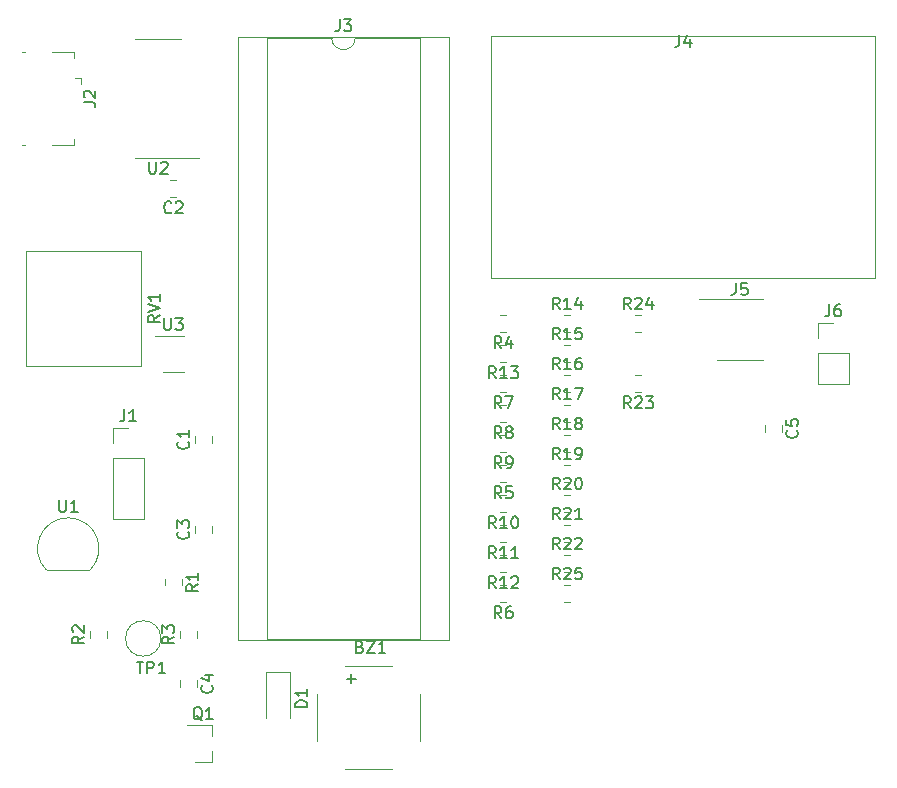
<source format=gbr>
%TF.GenerationSoftware,KiCad,Pcbnew,(5.1.6)-1*%
%TF.CreationDate,2020-11-21T18:59:33+08:00*%
%TF.ProjectId,Nov_21,4e6f765f-3231-42e6-9b69-6361645f7063,rev?*%
%TF.SameCoordinates,Original*%
%TF.FileFunction,Legend,Top*%
%TF.FilePolarity,Positive*%
%FSLAX46Y46*%
G04 Gerber Fmt 4.6, Leading zero omitted, Abs format (unit mm)*
G04 Created by KiCad (PCBNEW (5.1.6)-1) date 2020-11-21 18:59:33*
%MOMM*%
%LPD*%
G01*
G04 APERTURE LIST*
%ADD10C,0.120000*%
%ADD11C,0.150000*%
G04 APERTURE END LIST*
D10*
%TO.C,RV1*%
X133155000Y-72570000D02*
X133155000Y-82340000D01*
X123385000Y-72570000D02*
X123385000Y-82340000D01*
X133155000Y-72570000D02*
X123385000Y-72570000D01*
X133155000Y-82340000D02*
X123385000Y-82340000D01*
%TO.C,U3*%
X135010000Y-82840000D02*
X136770000Y-82840000D01*
X136770000Y-79770000D02*
X134340000Y-79770000D01*
%TO.C,U2*%
X134620000Y-54630000D02*
X132670000Y-54630000D01*
X134620000Y-54630000D02*
X136570000Y-54630000D01*
X134620000Y-64750000D02*
X132670000Y-64750000D01*
X134620000Y-64750000D02*
X138070000Y-64750000D01*
%TO.C,U1*%
X128838478Y-99628478D02*
G75*
G03*
X127000000Y-95190000I-1838478J1838478D01*
G01*
X125161522Y-99628478D02*
G75*
G02*
X127000000Y-95190000I1838478J1838478D01*
G01*
X125200000Y-99640000D02*
X128800000Y-99640000D01*
%TO.C,TP1*%
X134850000Y-105410000D02*
G75*
G03*
X134850000Y-105410000I-1500000J0D01*
G01*
%TO.C,R25*%
X168983922Y-100890000D02*
X169501078Y-100890000D01*
X168983922Y-102310000D02*
X169501078Y-102310000D01*
%TO.C,R24*%
X175001422Y-78030000D02*
X175518578Y-78030000D01*
X175001422Y-79450000D02*
X175518578Y-79450000D01*
%TO.C,R23*%
X175518578Y-84530000D02*
X175001422Y-84530000D01*
X175518578Y-83110000D02*
X175001422Y-83110000D01*
%TO.C,R22*%
X168983922Y-98350000D02*
X169501078Y-98350000D01*
X168983922Y-99770000D02*
X169501078Y-99770000D01*
%TO.C,R21*%
X168983922Y-95810000D02*
X169501078Y-95810000D01*
X168983922Y-97230000D02*
X169501078Y-97230000D01*
%TO.C,R20*%
X168983922Y-93270000D02*
X169501078Y-93270000D01*
X168983922Y-94690000D02*
X169501078Y-94690000D01*
%TO.C,R19*%
X168983922Y-90730000D02*
X169501078Y-90730000D01*
X168983922Y-92150000D02*
X169501078Y-92150000D01*
%TO.C,R18*%
X168983922Y-88190000D02*
X169501078Y-88190000D01*
X168983922Y-89610000D02*
X169501078Y-89610000D01*
%TO.C,R17*%
X168983922Y-85650000D02*
X169501078Y-85650000D01*
X168983922Y-87070000D02*
X169501078Y-87070000D01*
%TO.C,R16*%
X168983922Y-83110000D02*
X169501078Y-83110000D01*
X168983922Y-84530000D02*
X169501078Y-84530000D01*
%TO.C,R15*%
X168983922Y-80570000D02*
X169501078Y-80570000D01*
X168983922Y-81990000D02*
X169501078Y-81990000D01*
%TO.C,R14*%
X168983922Y-78030000D02*
X169501078Y-78030000D01*
X168983922Y-79450000D02*
X169501078Y-79450000D01*
%TO.C,R13*%
X164088578Y-81990000D02*
X163571422Y-81990000D01*
X164088578Y-80570000D02*
X163571422Y-80570000D01*
%TO.C,R12*%
X164088578Y-99770000D02*
X163571422Y-99770000D01*
X164088578Y-98350000D02*
X163571422Y-98350000D01*
%TO.C,R11*%
X164088578Y-97230000D02*
X163571422Y-97230000D01*
X164088578Y-95810000D02*
X163571422Y-95810000D01*
%TO.C,R10*%
X164088578Y-94690000D02*
X163571422Y-94690000D01*
X164088578Y-93270000D02*
X163571422Y-93270000D01*
%TO.C,R9*%
X164088578Y-89610000D02*
X163571422Y-89610000D01*
X164088578Y-88190000D02*
X163571422Y-88190000D01*
%TO.C,R8*%
X164088578Y-87070000D02*
X163571422Y-87070000D01*
X164088578Y-85650000D02*
X163571422Y-85650000D01*
%TO.C,R7*%
X164088578Y-84530000D02*
X163571422Y-84530000D01*
X164088578Y-83110000D02*
X163571422Y-83110000D01*
%TO.C,R6*%
X164088578Y-102310000D02*
X163571422Y-102310000D01*
X164088578Y-100890000D02*
X163571422Y-100890000D01*
%TO.C,R5*%
X164088578Y-92150000D02*
X163571422Y-92150000D01*
X164088578Y-90730000D02*
X163571422Y-90730000D01*
%TO.C,R4*%
X164088578Y-79450000D02*
X163571422Y-79450000D01*
X164088578Y-78030000D02*
X163571422Y-78030000D01*
%TO.C,R3*%
X136450000Y-105336078D02*
X136450000Y-104818922D01*
X137870000Y-105336078D02*
X137870000Y-104818922D01*
%TO.C,R2*%
X128830000Y-105336078D02*
X128830000Y-104818922D01*
X130250000Y-105336078D02*
X130250000Y-104818922D01*
%TO.C,R1*%
X136600000Y-100403922D02*
X136600000Y-100921078D01*
X135180000Y-100403922D02*
X135180000Y-100921078D01*
%TO.C,Q1*%
X139190000Y-115880000D02*
X139190000Y-114950000D01*
X139190000Y-112720000D02*
X139190000Y-113650000D01*
X139190000Y-112720000D02*
X137030000Y-112720000D01*
X139190000Y-115880000D02*
X137730000Y-115880000D01*
%TO.C,J6*%
X190440000Y-83880000D02*
X193100000Y-83880000D01*
X190440000Y-81280000D02*
X190440000Y-83880000D01*
X193100000Y-81280000D02*
X193100000Y-83880000D01*
X190440000Y-81280000D02*
X193100000Y-81280000D01*
X190440000Y-80010000D02*
X190440000Y-78680000D01*
X190440000Y-78680000D02*
X191770000Y-78680000D01*
%TO.C,J5*%
X183860440Y-81828320D02*
X185810440Y-81828320D01*
X183860440Y-81828320D02*
X181910440Y-81828320D01*
X183860440Y-76708320D02*
X185810440Y-76708320D01*
X183860440Y-76708320D02*
X180410440Y-76708320D01*
%TO.C,J4*%
X162820000Y-54380000D02*
X195320000Y-54380000D01*
X195320000Y-54380000D02*
X195320000Y-74880000D01*
X162820000Y-74880000D02*
X195320000Y-74880000D01*
X162820000Y-54380000D02*
X162820000Y-74880000D01*
%TO.C,J3*%
X151301960Y-54550000D02*
G75*
G02*
X149301960Y-54550000I-1000000J0D01*
G01*
X149301960Y-54550000D02*
X143841960Y-54550000D01*
X143841960Y-54550000D02*
X143841960Y-105470000D01*
X143841960Y-105470000D02*
X156761960Y-105470000D01*
X156761960Y-105470000D02*
X156761960Y-54550000D01*
X156761960Y-54550000D02*
X151301960Y-54550000D01*
X141351960Y-54490000D02*
X141351960Y-105530000D01*
X141351960Y-105530000D02*
X159251960Y-105530000D01*
X159251960Y-105530000D02*
X159251960Y-54490000D01*
X159251960Y-54490000D02*
X141351960Y-54490000D01*
%TO.C,J2*%
X127492500Y-55790000D02*
X127492500Y-56240000D01*
X125642500Y-55790000D02*
X127492500Y-55790000D01*
X123092500Y-63590000D02*
X123342500Y-63590000D01*
X123092500Y-55790000D02*
X123342500Y-55790000D01*
X125642500Y-63590000D02*
X127492500Y-63590000D01*
X127492500Y-63590000D02*
X127492500Y-63140000D01*
X128042500Y-57990000D02*
X128042500Y-58440000D01*
X128042500Y-57990000D02*
X127592500Y-57990000D01*
%TO.C,J1*%
X130750000Y-95310000D02*
X133410000Y-95310000D01*
X130750000Y-90170000D02*
X130750000Y-95310000D01*
X133410000Y-90170000D02*
X133410000Y-95310000D01*
X130750000Y-90170000D02*
X133410000Y-90170000D01*
X130750000Y-88900000D02*
X130750000Y-87570000D01*
X130750000Y-87570000D02*
X132080000Y-87570000D01*
%TO.C,D1*%
X145780000Y-108240000D02*
X143780000Y-108240000D01*
X143780000Y-108240000D02*
X143780000Y-112140000D01*
X145780000Y-108240000D02*
X145780000Y-112140000D01*
%TO.C,C5*%
X187400000Y-87371422D02*
X187400000Y-87888578D01*
X185980000Y-87371422D02*
X185980000Y-87888578D01*
%TO.C,C4*%
X137870000Y-108961422D02*
X137870000Y-109478578D01*
X136450000Y-108961422D02*
X136450000Y-109478578D01*
%TO.C,C3*%
X137720000Y-96446078D02*
X137720000Y-95928922D01*
X139140000Y-96446078D02*
X139140000Y-95928922D01*
%TO.C,C2*%
X136148578Y-66600000D02*
X135631422Y-66600000D01*
X136148578Y-68020000D02*
X135631422Y-68020000D01*
%TO.C,C1*%
X137720000Y-88826078D02*
X137720000Y-88308922D01*
X139140000Y-88826078D02*
X139140000Y-88308922D01*
%TO.C,BZ1*%
X156750000Y-114070000D02*
X156750000Y-110070000D01*
X150400000Y-116420000D02*
X154400000Y-116420000D01*
X148050000Y-110070000D02*
X148050000Y-114070000D01*
X154400000Y-107720000D02*
X150400000Y-107720000D01*
%TO.C,RV1*%
D11*
X134737380Y-78050238D02*
X134261190Y-78383571D01*
X134737380Y-78621666D02*
X133737380Y-78621666D01*
X133737380Y-78240714D01*
X133785000Y-78145476D01*
X133832619Y-78097857D01*
X133927857Y-78050238D01*
X134070714Y-78050238D01*
X134165952Y-78097857D01*
X134213571Y-78145476D01*
X134261190Y-78240714D01*
X134261190Y-78621666D01*
X133737380Y-77764523D02*
X134737380Y-77431190D01*
X133737380Y-77097857D01*
X134737380Y-76240714D02*
X134737380Y-76812142D01*
X134737380Y-76526428D02*
X133737380Y-76526428D01*
X133880238Y-76621666D01*
X133975476Y-76716904D01*
X134023095Y-76812142D01*
%TO.C,U3*%
X135128095Y-78282380D02*
X135128095Y-79091904D01*
X135175714Y-79187142D01*
X135223333Y-79234761D01*
X135318571Y-79282380D01*
X135509047Y-79282380D01*
X135604285Y-79234761D01*
X135651904Y-79187142D01*
X135699523Y-79091904D01*
X135699523Y-78282380D01*
X136080476Y-78282380D02*
X136699523Y-78282380D01*
X136366190Y-78663333D01*
X136509047Y-78663333D01*
X136604285Y-78710952D01*
X136651904Y-78758571D01*
X136699523Y-78853809D01*
X136699523Y-79091904D01*
X136651904Y-79187142D01*
X136604285Y-79234761D01*
X136509047Y-79282380D01*
X136223333Y-79282380D01*
X136128095Y-79234761D01*
X136080476Y-79187142D01*
%TO.C,U2*%
X133858095Y-65042380D02*
X133858095Y-65851904D01*
X133905714Y-65947142D01*
X133953333Y-65994761D01*
X134048571Y-66042380D01*
X134239047Y-66042380D01*
X134334285Y-65994761D01*
X134381904Y-65947142D01*
X134429523Y-65851904D01*
X134429523Y-65042380D01*
X134858095Y-65137619D02*
X134905714Y-65090000D01*
X135000952Y-65042380D01*
X135239047Y-65042380D01*
X135334285Y-65090000D01*
X135381904Y-65137619D01*
X135429523Y-65232857D01*
X135429523Y-65328095D01*
X135381904Y-65470952D01*
X134810476Y-66042380D01*
X135429523Y-66042380D01*
%TO.C,U1*%
X126238095Y-93682380D02*
X126238095Y-94491904D01*
X126285714Y-94587142D01*
X126333333Y-94634761D01*
X126428571Y-94682380D01*
X126619047Y-94682380D01*
X126714285Y-94634761D01*
X126761904Y-94587142D01*
X126809523Y-94491904D01*
X126809523Y-93682380D01*
X127809523Y-94682380D02*
X127238095Y-94682380D01*
X127523809Y-94682380D02*
X127523809Y-93682380D01*
X127428571Y-93825238D01*
X127333333Y-93920476D01*
X127238095Y-93968095D01*
%TO.C,TP1*%
X132788095Y-107362380D02*
X133359523Y-107362380D01*
X133073809Y-108362380D02*
X133073809Y-107362380D01*
X133692857Y-108362380D02*
X133692857Y-107362380D01*
X134073809Y-107362380D01*
X134169047Y-107410000D01*
X134216666Y-107457619D01*
X134264285Y-107552857D01*
X134264285Y-107695714D01*
X134216666Y-107790952D01*
X134169047Y-107838571D01*
X134073809Y-107886190D01*
X133692857Y-107886190D01*
X135216666Y-108362380D02*
X134645238Y-108362380D01*
X134930952Y-108362380D02*
X134930952Y-107362380D01*
X134835714Y-107505238D01*
X134740476Y-107600476D01*
X134645238Y-107648095D01*
%TO.C,R25*%
X168599642Y-100402380D02*
X168266309Y-99926190D01*
X168028214Y-100402380D02*
X168028214Y-99402380D01*
X168409166Y-99402380D01*
X168504404Y-99450000D01*
X168552023Y-99497619D01*
X168599642Y-99592857D01*
X168599642Y-99735714D01*
X168552023Y-99830952D01*
X168504404Y-99878571D01*
X168409166Y-99926190D01*
X168028214Y-99926190D01*
X168980595Y-99497619D02*
X169028214Y-99450000D01*
X169123452Y-99402380D01*
X169361547Y-99402380D01*
X169456785Y-99450000D01*
X169504404Y-99497619D01*
X169552023Y-99592857D01*
X169552023Y-99688095D01*
X169504404Y-99830952D01*
X168932976Y-100402380D01*
X169552023Y-100402380D01*
X170456785Y-99402380D02*
X169980595Y-99402380D01*
X169932976Y-99878571D01*
X169980595Y-99830952D01*
X170075833Y-99783333D01*
X170313928Y-99783333D01*
X170409166Y-99830952D01*
X170456785Y-99878571D01*
X170504404Y-99973809D01*
X170504404Y-100211904D01*
X170456785Y-100307142D01*
X170409166Y-100354761D01*
X170313928Y-100402380D01*
X170075833Y-100402380D01*
X169980595Y-100354761D01*
X169932976Y-100307142D01*
%TO.C,R24*%
X174617142Y-77542380D02*
X174283809Y-77066190D01*
X174045714Y-77542380D02*
X174045714Y-76542380D01*
X174426666Y-76542380D01*
X174521904Y-76590000D01*
X174569523Y-76637619D01*
X174617142Y-76732857D01*
X174617142Y-76875714D01*
X174569523Y-76970952D01*
X174521904Y-77018571D01*
X174426666Y-77066190D01*
X174045714Y-77066190D01*
X174998095Y-76637619D02*
X175045714Y-76590000D01*
X175140952Y-76542380D01*
X175379047Y-76542380D01*
X175474285Y-76590000D01*
X175521904Y-76637619D01*
X175569523Y-76732857D01*
X175569523Y-76828095D01*
X175521904Y-76970952D01*
X174950476Y-77542380D01*
X175569523Y-77542380D01*
X176426666Y-76875714D02*
X176426666Y-77542380D01*
X176188571Y-76494761D02*
X175950476Y-77209047D01*
X176569523Y-77209047D01*
%TO.C,R23*%
X174617142Y-85922380D02*
X174283809Y-85446190D01*
X174045714Y-85922380D02*
X174045714Y-84922380D01*
X174426666Y-84922380D01*
X174521904Y-84970000D01*
X174569523Y-85017619D01*
X174617142Y-85112857D01*
X174617142Y-85255714D01*
X174569523Y-85350952D01*
X174521904Y-85398571D01*
X174426666Y-85446190D01*
X174045714Y-85446190D01*
X174998095Y-85017619D02*
X175045714Y-84970000D01*
X175140952Y-84922380D01*
X175379047Y-84922380D01*
X175474285Y-84970000D01*
X175521904Y-85017619D01*
X175569523Y-85112857D01*
X175569523Y-85208095D01*
X175521904Y-85350952D01*
X174950476Y-85922380D01*
X175569523Y-85922380D01*
X175902857Y-84922380D02*
X176521904Y-84922380D01*
X176188571Y-85303333D01*
X176331428Y-85303333D01*
X176426666Y-85350952D01*
X176474285Y-85398571D01*
X176521904Y-85493809D01*
X176521904Y-85731904D01*
X176474285Y-85827142D01*
X176426666Y-85874761D01*
X176331428Y-85922380D01*
X176045714Y-85922380D01*
X175950476Y-85874761D01*
X175902857Y-85827142D01*
%TO.C,R22*%
X168599642Y-97862380D02*
X168266309Y-97386190D01*
X168028214Y-97862380D02*
X168028214Y-96862380D01*
X168409166Y-96862380D01*
X168504404Y-96910000D01*
X168552023Y-96957619D01*
X168599642Y-97052857D01*
X168599642Y-97195714D01*
X168552023Y-97290952D01*
X168504404Y-97338571D01*
X168409166Y-97386190D01*
X168028214Y-97386190D01*
X168980595Y-96957619D02*
X169028214Y-96910000D01*
X169123452Y-96862380D01*
X169361547Y-96862380D01*
X169456785Y-96910000D01*
X169504404Y-96957619D01*
X169552023Y-97052857D01*
X169552023Y-97148095D01*
X169504404Y-97290952D01*
X168932976Y-97862380D01*
X169552023Y-97862380D01*
X169932976Y-96957619D02*
X169980595Y-96910000D01*
X170075833Y-96862380D01*
X170313928Y-96862380D01*
X170409166Y-96910000D01*
X170456785Y-96957619D01*
X170504404Y-97052857D01*
X170504404Y-97148095D01*
X170456785Y-97290952D01*
X169885357Y-97862380D01*
X170504404Y-97862380D01*
%TO.C,R21*%
X168599642Y-95322380D02*
X168266309Y-94846190D01*
X168028214Y-95322380D02*
X168028214Y-94322380D01*
X168409166Y-94322380D01*
X168504404Y-94370000D01*
X168552023Y-94417619D01*
X168599642Y-94512857D01*
X168599642Y-94655714D01*
X168552023Y-94750952D01*
X168504404Y-94798571D01*
X168409166Y-94846190D01*
X168028214Y-94846190D01*
X168980595Y-94417619D02*
X169028214Y-94370000D01*
X169123452Y-94322380D01*
X169361547Y-94322380D01*
X169456785Y-94370000D01*
X169504404Y-94417619D01*
X169552023Y-94512857D01*
X169552023Y-94608095D01*
X169504404Y-94750952D01*
X168932976Y-95322380D01*
X169552023Y-95322380D01*
X170504404Y-95322380D02*
X169932976Y-95322380D01*
X170218690Y-95322380D02*
X170218690Y-94322380D01*
X170123452Y-94465238D01*
X170028214Y-94560476D01*
X169932976Y-94608095D01*
%TO.C,R20*%
X168599642Y-92782380D02*
X168266309Y-92306190D01*
X168028214Y-92782380D02*
X168028214Y-91782380D01*
X168409166Y-91782380D01*
X168504404Y-91830000D01*
X168552023Y-91877619D01*
X168599642Y-91972857D01*
X168599642Y-92115714D01*
X168552023Y-92210952D01*
X168504404Y-92258571D01*
X168409166Y-92306190D01*
X168028214Y-92306190D01*
X168980595Y-91877619D02*
X169028214Y-91830000D01*
X169123452Y-91782380D01*
X169361547Y-91782380D01*
X169456785Y-91830000D01*
X169504404Y-91877619D01*
X169552023Y-91972857D01*
X169552023Y-92068095D01*
X169504404Y-92210952D01*
X168932976Y-92782380D01*
X169552023Y-92782380D01*
X170171071Y-91782380D02*
X170266309Y-91782380D01*
X170361547Y-91830000D01*
X170409166Y-91877619D01*
X170456785Y-91972857D01*
X170504404Y-92163333D01*
X170504404Y-92401428D01*
X170456785Y-92591904D01*
X170409166Y-92687142D01*
X170361547Y-92734761D01*
X170266309Y-92782380D01*
X170171071Y-92782380D01*
X170075833Y-92734761D01*
X170028214Y-92687142D01*
X169980595Y-92591904D01*
X169932976Y-92401428D01*
X169932976Y-92163333D01*
X169980595Y-91972857D01*
X170028214Y-91877619D01*
X170075833Y-91830000D01*
X170171071Y-91782380D01*
%TO.C,R19*%
X168599642Y-90242380D02*
X168266309Y-89766190D01*
X168028214Y-90242380D02*
X168028214Y-89242380D01*
X168409166Y-89242380D01*
X168504404Y-89290000D01*
X168552023Y-89337619D01*
X168599642Y-89432857D01*
X168599642Y-89575714D01*
X168552023Y-89670952D01*
X168504404Y-89718571D01*
X168409166Y-89766190D01*
X168028214Y-89766190D01*
X169552023Y-90242380D02*
X168980595Y-90242380D01*
X169266309Y-90242380D02*
X169266309Y-89242380D01*
X169171071Y-89385238D01*
X169075833Y-89480476D01*
X168980595Y-89528095D01*
X170028214Y-90242380D02*
X170218690Y-90242380D01*
X170313928Y-90194761D01*
X170361547Y-90147142D01*
X170456785Y-90004285D01*
X170504404Y-89813809D01*
X170504404Y-89432857D01*
X170456785Y-89337619D01*
X170409166Y-89290000D01*
X170313928Y-89242380D01*
X170123452Y-89242380D01*
X170028214Y-89290000D01*
X169980595Y-89337619D01*
X169932976Y-89432857D01*
X169932976Y-89670952D01*
X169980595Y-89766190D01*
X170028214Y-89813809D01*
X170123452Y-89861428D01*
X170313928Y-89861428D01*
X170409166Y-89813809D01*
X170456785Y-89766190D01*
X170504404Y-89670952D01*
%TO.C,R18*%
X168599642Y-87702380D02*
X168266309Y-87226190D01*
X168028214Y-87702380D02*
X168028214Y-86702380D01*
X168409166Y-86702380D01*
X168504404Y-86750000D01*
X168552023Y-86797619D01*
X168599642Y-86892857D01*
X168599642Y-87035714D01*
X168552023Y-87130952D01*
X168504404Y-87178571D01*
X168409166Y-87226190D01*
X168028214Y-87226190D01*
X169552023Y-87702380D02*
X168980595Y-87702380D01*
X169266309Y-87702380D02*
X169266309Y-86702380D01*
X169171071Y-86845238D01*
X169075833Y-86940476D01*
X168980595Y-86988095D01*
X170123452Y-87130952D02*
X170028214Y-87083333D01*
X169980595Y-87035714D01*
X169932976Y-86940476D01*
X169932976Y-86892857D01*
X169980595Y-86797619D01*
X170028214Y-86750000D01*
X170123452Y-86702380D01*
X170313928Y-86702380D01*
X170409166Y-86750000D01*
X170456785Y-86797619D01*
X170504404Y-86892857D01*
X170504404Y-86940476D01*
X170456785Y-87035714D01*
X170409166Y-87083333D01*
X170313928Y-87130952D01*
X170123452Y-87130952D01*
X170028214Y-87178571D01*
X169980595Y-87226190D01*
X169932976Y-87321428D01*
X169932976Y-87511904D01*
X169980595Y-87607142D01*
X170028214Y-87654761D01*
X170123452Y-87702380D01*
X170313928Y-87702380D01*
X170409166Y-87654761D01*
X170456785Y-87607142D01*
X170504404Y-87511904D01*
X170504404Y-87321428D01*
X170456785Y-87226190D01*
X170409166Y-87178571D01*
X170313928Y-87130952D01*
%TO.C,R17*%
X168599642Y-85162380D02*
X168266309Y-84686190D01*
X168028214Y-85162380D02*
X168028214Y-84162380D01*
X168409166Y-84162380D01*
X168504404Y-84210000D01*
X168552023Y-84257619D01*
X168599642Y-84352857D01*
X168599642Y-84495714D01*
X168552023Y-84590952D01*
X168504404Y-84638571D01*
X168409166Y-84686190D01*
X168028214Y-84686190D01*
X169552023Y-85162380D02*
X168980595Y-85162380D01*
X169266309Y-85162380D02*
X169266309Y-84162380D01*
X169171071Y-84305238D01*
X169075833Y-84400476D01*
X168980595Y-84448095D01*
X169885357Y-84162380D02*
X170552023Y-84162380D01*
X170123452Y-85162380D01*
%TO.C,R16*%
X168599642Y-82622380D02*
X168266309Y-82146190D01*
X168028214Y-82622380D02*
X168028214Y-81622380D01*
X168409166Y-81622380D01*
X168504404Y-81670000D01*
X168552023Y-81717619D01*
X168599642Y-81812857D01*
X168599642Y-81955714D01*
X168552023Y-82050952D01*
X168504404Y-82098571D01*
X168409166Y-82146190D01*
X168028214Y-82146190D01*
X169552023Y-82622380D02*
X168980595Y-82622380D01*
X169266309Y-82622380D02*
X169266309Y-81622380D01*
X169171071Y-81765238D01*
X169075833Y-81860476D01*
X168980595Y-81908095D01*
X170409166Y-81622380D02*
X170218690Y-81622380D01*
X170123452Y-81670000D01*
X170075833Y-81717619D01*
X169980595Y-81860476D01*
X169932976Y-82050952D01*
X169932976Y-82431904D01*
X169980595Y-82527142D01*
X170028214Y-82574761D01*
X170123452Y-82622380D01*
X170313928Y-82622380D01*
X170409166Y-82574761D01*
X170456785Y-82527142D01*
X170504404Y-82431904D01*
X170504404Y-82193809D01*
X170456785Y-82098571D01*
X170409166Y-82050952D01*
X170313928Y-82003333D01*
X170123452Y-82003333D01*
X170028214Y-82050952D01*
X169980595Y-82098571D01*
X169932976Y-82193809D01*
%TO.C,R15*%
X168599642Y-80082380D02*
X168266309Y-79606190D01*
X168028214Y-80082380D02*
X168028214Y-79082380D01*
X168409166Y-79082380D01*
X168504404Y-79130000D01*
X168552023Y-79177619D01*
X168599642Y-79272857D01*
X168599642Y-79415714D01*
X168552023Y-79510952D01*
X168504404Y-79558571D01*
X168409166Y-79606190D01*
X168028214Y-79606190D01*
X169552023Y-80082380D02*
X168980595Y-80082380D01*
X169266309Y-80082380D02*
X169266309Y-79082380D01*
X169171071Y-79225238D01*
X169075833Y-79320476D01*
X168980595Y-79368095D01*
X170456785Y-79082380D02*
X169980595Y-79082380D01*
X169932976Y-79558571D01*
X169980595Y-79510952D01*
X170075833Y-79463333D01*
X170313928Y-79463333D01*
X170409166Y-79510952D01*
X170456785Y-79558571D01*
X170504404Y-79653809D01*
X170504404Y-79891904D01*
X170456785Y-79987142D01*
X170409166Y-80034761D01*
X170313928Y-80082380D01*
X170075833Y-80082380D01*
X169980595Y-80034761D01*
X169932976Y-79987142D01*
%TO.C,R14*%
X168599642Y-77542380D02*
X168266309Y-77066190D01*
X168028214Y-77542380D02*
X168028214Y-76542380D01*
X168409166Y-76542380D01*
X168504404Y-76590000D01*
X168552023Y-76637619D01*
X168599642Y-76732857D01*
X168599642Y-76875714D01*
X168552023Y-76970952D01*
X168504404Y-77018571D01*
X168409166Y-77066190D01*
X168028214Y-77066190D01*
X169552023Y-77542380D02*
X168980595Y-77542380D01*
X169266309Y-77542380D02*
X169266309Y-76542380D01*
X169171071Y-76685238D01*
X169075833Y-76780476D01*
X168980595Y-76828095D01*
X170409166Y-76875714D02*
X170409166Y-77542380D01*
X170171071Y-76494761D02*
X169932976Y-77209047D01*
X170552023Y-77209047D01*
%TO.C,R13*%
X163187142Y-83382380D02*
X162853809Y-82906190D01*
X162615714Y-83382380D02*
X162615714Y-82382380D01*
X162996666Y-82382380D01*
X163091904Y-82430000D01*
X163139523Y-82477619D01*
X163187142Y-82572857D01*
X163187142Y-82715714D01*
X163139523Y-82810952D01*
X163091904Y-82858571D01*
X162996666Y-82906190D01*
X162615714Y-82906190D01*
X164139523Y-83382380D02*
X163568095Y-83382380D01*
X163853809Y-83382380D02*
X163853809Y-82382380D01*
X163758571Y-82525238D01*
X163663333Y-82620476D01*
X163568095Y-82668095D01*
X164472857Y-82382380D02*
X165091904Y-82382380D01*
X164758571Y-82763333D01*
X164901428Y-82763333D01*
X164996666Y-82810952D01*
X165044285Y-82858571D01*
X165091904Y-82953809D01*
X165091904Y-83191904D01*
X165044285Y-83287142D01*
X164996666Y-83334761D01*
X164901428Y-83382380D01*
X164615714Y-83382380D01*
X164520476Y-83334761D01*
X164472857Y-83287142D01*
%TO.C,R12*%
X163187142Y-101162380D02*
X162853809Y-100686190D01*
X162615714Y-101162380D02*
X162615714Y-100162380D01*
X162996666Y-100162380D01*
X163091904Y-100210000D01*
X163139523Y-100257619D01*
X163187142Y-100352857D01*
X163187142Y-100495714D01*
X163139523Y-100590952D01*
X163091904Y-100638571D01*
X162996666Y-100686190D01*
X162615714Y-100686190D01*
X164139523Y-101162380D02*
X163568095Y-101162380D01*
X163853809Y-101162380D02*
X163853809Y-100162380D01*
X163758571Y-100305238D01*
X163663333Y-100400476D01*
X163568095Y-100448095D01*
X164520476Y-100257619D02*
X164568095Y-100210000D01*
X164663333Y-100162380D01*
X164901428Y-100162380D01*
X164996666Y-100210000D01*
X165044285Y-100257619D01*
X165091904Y-100352857D01*
X165091904Y-100448095D01*
X165044285Y-100590952D01*
X164472857Y-101162380D01*
X165091904Y-101162380D01*
%TO.C,R11*%
X163187142Y-98622380D02*
X162853809Y-98146190D01*
X162615714Y-98622380D02*
X162615714Y-97622380D01*
X162996666Y-97622380D01*
X163091904Y-97670000D01*
X163139523Y-97717619D01*
X163187142Y-97812857D01*
X163187142Y-97955714D01*
X163139523Y-98050952D01*
X163091904Y-98098571D01*
X162996666Y-98146190D01*
X162615714Y-98146190D01*
X164139523Y-98622380D02*
X163568095Y-98622380D01*
X163853809Y-98622380D02*
X163853809Y-97622380D01*
X163758571Y-97765238D01*
X163663333Y-97860476D01*
X163568095Y-97908095D01*
X165091904Y-98622380D02*
X164520476Y-98622380D01*
X164806190Y-98622380D02*
X164806190Y-97622380D01*
X164710952Y-97765238D01*
X164615714Y-97860476D01*
X164520476Y-97908095D01*
%TO.C,R10*%
X163187142Y-96082380D02*
X162853809Y-95606190D01*
X162615714Y-96082380D02*
X162615714Y-95082380D01*
X162996666Y-95082380D01*
X163091904Y-95130000D01*
X163139523Y-95177619D01*
X163187142Y-95272857D01*
X163187142Y-95415714D01*
X163139523Y-95510952D01*
X163091904Y-95558571D01*
X162996666Y-95606190D01*
X162615714Y-95606190D01*
X164139523Y-96082380D02*
X163568095Y-96082380D01*
X163853809Y-96082380D02*
X163853809Y-95082380D01*
X163758571Y-95225238D01*
X163663333Y-95320476D01*
X163568095Y-95368095D01*
X164758571Y-95082380D02*
X164853809Y-95082380D01*
X164949047Y-95130000D01*
X164996666Y-95177619D01*
X165044285Y-95272857D01*
X165091904Y-95463333D01*
X165091904Y-95701428D01*
X165044285Y-95891904D01*
X164996666Y-95987142D01*
X164949047Y-96034761D01*
X164853809Y-96082380D01*
X164758571Y-96082380D01*
X164663333Y-96034761D01*
X164615714Y-95987142D01*
X164568095Y-95891904D01*
X164520476Y-95701428D01*
X164520476Y-95463333D01*
X164568095Y-95272857D01*
X164615714Y-95177619D01*
X164663333Y-95130000D01*
X164758571Y-95082380D01*
%TO.C,R9*%
X163663333Y-91002380D02*
X163330000Y-90526190D01*
X163091904Y-91002380D02*
X163091904Y-90002380D01*
X163472857Y-90002380D01*
X163568095Y-90050000D01*
X163615714Y-90097619D01*
X163663333Y-90192857D01*
X163663333Y-90335714D01*
X163615714Y-90430952D01*
X163568095Y-90478571D01*
X163472857Y-90526190D01*
X163091904Y-90526190D01*
X164139523Y-91002380D02*
X164330000Y-91002380D01*
X164425238Y-90954761D01*
X164472857Y-90907142D01*
X164568095Y-90764285D01*
X164615714Y-90573809D01*
X164615714Y-90192857D01*
X164568095Y-90097619D01*
X164520476Y-90050000D01*
X164425238Y-90002380D01*
X164234761Y-90002380D01*
X164139523Y-90050000D01*
X164091904Y-90097619D01*
X164044285Y-90192857D01*
X164044285Y-90430952D01*
X164091904Y-90526190D01*
X164139523Y-90573809D01*
X164234761Y-90621428D01*
X164425238Y-90621428D01*
X164520476Y-90573809D01*
X164568095Y-90526190D01*
X164615714Y-90430952D01*
%TO.C,R8*%
X163663333Y-88462380D02*
X163330000Y-87986190D01*
X163091904Y-88462380D02*
X163091904Y-87462380D01*
X163472857Y-87462380D01*
X163568095Y-87510000D01*
X163615714Y-87557619D01*
X163663333Y-87652857D01*
X163663333Y-87795714D01*
X163615714Y-87890952D01*
X163568095Y-87938571D01*
X163472857Y-87986190D01*
X163091904Y-87986190D01*
X164234761Y-87890952D02*
X164139523Y-87843333D01*
X164091904Y-87795714D01*
X164044285Y-87700476D01*
X164044285Y-87652857D01*
X164091904Y-87557619D01*
X164139523Y-87510000D01*
X164234761Y-87462380D01*
X164425238Y-87462380D01*
X164520476Y-87510000D01*
X164568095Y-87557619D01*
X164615714Y-87652857D01*
X164615714Y-87700476D01*
X164568095Y-87795714D01*
X164520476Y-87843333D01*
X164425238Y-87890952D01*
X164234761Y-87890952D01*
X164139523Y-87938571D01*
X164091904Y-87986190D01*
X164044285Y-88081428D01*
X164044285Y-88271904D01*
X164091904Y-88367142D01*
X164139523Y-88414761D01*
X164234761Y-88462380D01*
X164425238Y-88462380D01*
X164520476Y-88414761D01*
X164568095Y-88367142D01*
X164615714Y-88271904D01*
X164615714Y-88081428D01*
X164568095Y-87986190D01*
X164520476Y-87938571D01*
X164425238Y-87890952D01*
%TO.C,R7*%
X163663333Y-85922380D02*
X163330000Y-85446190D01*
X163091904Y-85922380D02*
X163091904Y-84922380D01*
X163472857Y-84922380D01*
X163568095Y-84970000D01*
X163615714Y-85017619D01*
X163663333Y-85112857D01*
X163663333Y-85255714D01*
X163615714Y-85350952D01*
X163568095Y-85398571D01*
X163472857Y-85446190D01*
X163091904Y-85446190D01*
X163996666Y-84922380D02*
X164663333Y-84922380D01*
X164234761Y-85922380D01*
%TO.C,R6*%
X163663333Y-103702380D02*
X163330000Y-103226190D01*
X163091904Y-103702380D02*
X163091904Y-102702380D01*
X163472857Y-102702380D01*
X163568095Y-102750000D01*
X163615714Y-102797619D01*
X163663333Y-102892857D01*
X163663333Y-103035714D01*
X163615714Y-103130952D01*
X163568095Y-103178571D01*
X163472857Y-103226190D01*
X163091904Y-103226190D01*
X164520476Y-102702380D02*
X164330000Y-102702380D01*
X164234761Y-102750000D01*
X164187142Y-102797619D01*
X164091904Y-102940476D01*
X164044285Y-103130952D01*
X164044285Y-103511904D01*
X164091904Y-103607142D01*
X164139523Y-103654761D01*
X164234761Y-103702380D01*
X164425238Y-103702380D01*
X164520476Y-103654761D01*
X164568095Y-103607142D01*
X164615714Y-103511904D01*
X164615714Y-103273809D01*
X164568095Y-103178571D01*
X164520476Y-103130952D01*
X164425238Y-103083333D01*
X164234761Y-103083333D01*
X164139523Y-103130952D01*
X164091904Y-103178571D01*
X164044285Y-103273809D01*
%TO.C,R5*%
X163663333Y-93542380D02*
X163330000Y-93066190D01*
X163091904Y-93542380D02*
X163091904Y-92542380D01*
X163472857Y-92542380D01*
X163568095Y-92590000D01*
X163615714Y-92637619D01*
X163663333Y-92732857D01*
X163663333Y-92875714D01*
X163615714Y-92970952D01*
X163568095Y-93018571D01*
X163472857Y-93066190D01*
X163091904Y-93066190D01*
X164568095Y-92542380D02*
X164091904Y-92542380D01*
X164044285Y-93018571D01*
X164091904Y-92970952D01*
X164187142Y-92923333D01*
X164425238Y-92923333D01*
X164520476Y-92970952D01*
X164568095Y-93018571D01*
X164615714Y-93113809D01*
X164615714Y-93351904D01*
X164568095Y-93447142D01*
X164520476Y-93494761D01*
X164425238Y-93542380D01*
X164187142Y-93542380D01*
X164091904Y-93494761D01*
X164044285Y-93447142D01*
%TO.C,R4*%
X163663333Y-80842380D02*
X163330000Y-80366190D01*
X163091904Y-80842380D02*
X163091904Y-79842380D01*
X163472857Y-79842380D01*
X163568095Y-79890000D01*
X163615714Y-79937619D01*
X163663333Y-80032857D01*
X163663333Y-80175714D01*
X163615714Y-80270952D01*
X163568095Y-80318571D01*
X163472857Y-80366190D01*
X163091904Y-80366190D01*
X164520476Y-80175714D02*
X164520476Y-80842380D01*
X164282380Y-79794761D02*
X164044285Y-80509047D01*
X164663333Y-80509047D01*
%TO.C,R3*%
X135962380Y-105244166D02*
X135486190Y-105577500D01*
X135962380Y-105815595D02*
X134962380Y-105815595D01*
X134962380Y-105434642D01*
X135010000Y-105339404D01*
X135057619Y-105291785D01*
X135152857Y-105244166D01*
X135295714Y-105244166D01*
X135390952Y-105291785D01*
X135438571Y-105339404D01*
X135486190Y-105434642D01*
X135486190Y-105815595D01*
X134962380Y-104910833D02*
X134962380Y-104291785D01*
X135343333Y-104625119D01*
X135343333Y-104482261D01*
X135390952Y-104387023D01*
X135438571Y-104339404D01*
X135533809Y-104291785D01*
X135771904Y-104291785D01*
X135867142Y-104339404D01*
X135914761Y-104387023D01*
X135962380Y-104482261D01*
X135962380Y-104767976D01*
X135914761Y-104863214D01*
X135867142Y-104910833D01*
%TO.C,R2*%
X128342380Y-105244166D02*
X127866190Y-105577500D01*
X128342380Y-105815595D02*
X127342380Y-105815595D01*
X127342380Y-105434642D01*
X127390000Y-105339404D01*
X127437619Y-105291785D01*
X127532857Y-105244166D01*
X127675714Y-105244166D01*
X127770952Y-105291785D01*
X127818571Y-105339404D01*
X127866190Y-105434642D01*
X127866190Y-105815595D01*
X127437619Y-104863214D02*
X127390000Y-104815595D01*
X127342380Y-104720357D01*
X127342380Y-104482261D01*
X127390000Y-104387023D01*
X127437619Y-104339404D01*
X127532857Y-104291785D01*
X127628095Y-104291785D01*
X127770952Y-104339404D01*
X128342380Y-104910833D01*
X128342380Y-104291785D01*
%TO.C,R1*%
X137992380Y-100829166D02*
X137516190Y-101162500D01*
X137992380Y-101400595D02*
X136992380Y-101400595D01*
X136992380Y-101019642D01*
X137040000Y-100924404D01*
X137087619Y-100876785D01*
X137182857Y-100829166D01*
X137325714Y-100829166D01*
X137420952Y-100876785D01*
X137468571Y-100924404D01*
X137516190Y-101019642D01*
X137516190Y-101400595D01*
X137992380Y-99876785D02*
X137992380Y-100448214D01*
X137992380Y-100162500D02*
X136992380Y-100162500D01*
X137135238Y-100257738D01*
X137230476Y-100352976D01*
X137278095Y-100448214D01*
%TO.C,Q1*%
X138334761Y-112347619D02*
X138239523Y-112300000D01*
X138144285Y-112204761D01*
X138001428Y-112061904D01*
X137906190Y-112014285D01*
X137810952Y-112014285D01*
X137858571Y-112252380D02*
X137763333Y-112204761D01*
X137668095Y-112109523D01*
X137620476Y-111919047D01*
X137620476Y-111585714D01*
X137668095Y-111395238D01*
X137763333Y-111300000D01*
X137858571Y-111252380D01*
X138049047Y-111252380D01*
X138144285Y-111300000D01*
X138239523Y-111395238D01*
X138287142Y-111585714D01*
X138287142Y-111919047D01*
X138239523Y-112109523D01*
X138144285Y-112204761D01*
X138049047Y-112252380D01*
X137858571Y-112252380D01*
X139239523Y-112252380D02*
X138668095Y-112252380D01*
X138953809Y-112252380D02*
X138953809Y-111252380D01*
X138858571Y-111395238D01*
X138763333Y-111490476D01*
X138668095Y-111538095D01*
%TO.C,J6*%
X191436666Y-77132380D02*
X191436666Y-77846666D01*
X191389047Y-77989523D01*
X191293809Y-78084761D01*
X191150952Y-78132380D01*
X191055714Y-78132380D01*
X192341428Y-77132380D02*
X192150952Y-77132380D01*
X192055714Y-77180000D01*
X192008095Y-77227619D01*
X191912857Y-77370476D01*
X191865238Y-77560952D01*
X191865238Y-77941904D01*
X191912857Y-78037142D01*
X191960476Y-78084761D01*
X192055714Y-78132380D01*
X192246190Y-78132380D01*
X192341428Y-78084761D01*
X192389047Y-78037142D01*
X192436666Y-77941904D01*
X192436666Y-77703809D01*
X192389047Y-77608571D01*
X192341428Y-77560952D01*
X192246190Y-77513333D01*
X192055714Y-77513333D01*
X191960476Y-77560952D01*
X191912857Y-77608571D01*
X191865238Y-77703809D01*
%TO.C,J5*%
X183527106Y-75320700D02*
X183527106Y-76034986D01*
X183479487Y-76177843D01*
X183384249Y-76273081D01*
X183241392Y-76320700D01*
X183146154Y-76320700D01*
X184479487Y-75320700D02*
X184003297Y-75320700D01*
X183955678Y-75796891D01*
X184003297Y-75749272D01*
X184098535Y-75701653D01*
X184336630Y-75701653D01*
X184431868Y-75749272D01*
X184479487Y-75796891D01*
X184527106Y-75892129D01*
X184527106Y-76130224D01*
X184479487Y-76225462D01*
X184431868Y-76273081D01*
X184336630Y-76320700D01*
X184098535Y-76320700D01*
X184003297Y-76273081D01*
X183955678Y-76225462D01*
%TO.C,J4*%
X178736666Y-54332380D02*
X178736666Y-55046666D01*
X178689047Y-55189523D01*
X178593809Y-55284761D01*
X178450952Y-55332380D01*
X178355714Y-55332380D01*
X179641428Y-54665714D02*
X179641428Y-55332380D01*
X179403333Y-54284761D02*
X179165238Y-54999047D01*
X179784285Y-54999047D01*
%TO.C,J3*%
X149968626Y-53002380D02*
X149968626Y-53716666D01*
X149921007Y-53859523D01*
X149825769Y-53954761D01*
X149682912Y-54002380D01*
X149587674Y-54002380D01*
X150349579Y-53002380D02*
X150968626Y-53002380D01*
X150635293Y-53383333D01*
X150778150Y-53383333D01*
X150873388Y-53430952D01*
X150921007Y-53478571D01*
X150968626Y-53573809D01*
X150968626Y-53811904D01*
X150921007Y-53907142D01*
X150873388Y-53954761D01*
X150778150Y-54002380D01*
X150492436Y-54002380D01*
X150397198Y-53954761D01*
X150349579Y-53907142D01*
%TO.C,J2*%
X128294880Y-60023333D02*
X129009166Y-60023333D01*
X129152023Y-60070952D01*
X129247261Y-60166190D01*
X129294880Y-60309047D01*
X129294880Y-60404285D01*
X128390119Y-59594761D02*
X128342500Y-59547142D01*
X128294880Y-59451904D01*
X128294880Y-59213809D01*
X128342500Y-59118571D01*
X128390119Y-59070952D01*
X128485357Y-59023333D01*
X128580595Y-59023333D01*
X128723452Y-59070952D01*
X129294880Y-59642380D01*
X129294880Y-59023333D01*
%TO.C,J1*%
X131746666Y-86022380D02*
X131746666Y-86736666D01*
X131699047Y-86879523D01*
X131603809Y-86974761D01*
X131460952Y-87022380D01*
X131365714Y-87022380D01*
X132746666Y-87022380D02*
X132175238Y-87022380D01*
X132460952Y-87022380D02*
X132460952Y-86022380D01*
X132365714Y-86165238D01*
X132270476Y-86260476D01*
X132175238Y-86308095D01*
%TO.C,D1*%
X147232380Y-111228095D02*
X146232380Y-111228095D01*
X146232380Y-110990000D01*
X146280000Y-110847142D01*
X146375238Y-110751904D01*
X146470476Y-110704285D01*
X146660952Y-110656666D01*
X146803809Y-110656666D01*
X146994285Y-110704285D01*
X147089523Y-110751904D01*
X147184761Y-110847142D01*
X147232380Y-110990000D01*
X147232380Y-111228095D01*
X147232380Y-109704285D02*
X147232380Y-110275714D01*
X147232380Y-109990000D02*
X146232380Y-109990000D01*
X146375238Y-110085238D01*
X146470476Y-110180476D01*
X146518095Y-110275714D01*
%TO.C,C5*%
X188697142Y-87796666D02*
X188744761Y-87844285D01*
X188792380Y-87987142D01*
X188792380Y-88082380D01*
X188744761Y-88225238D01*
X188649523Y-88320476D01*
X188554285Y-88368095D01*
X188363809Y-88415714D01*
X188220952Y-88415714D01*
X188030476Y-88368095D01*
X187935238Y-88320476D01*
X187840000Y-88225238D01*
X187792380Y-88082380D01*
X187792380Y-87987142D01*
X187840000Y-87844285D01*
X187887619Y-87796666D01*
X187792380Y-86891904D02*
X187792380Y-87368095D01*
X188268571Y-87415714D01*
X188220952Y-87368095D01*
X188173333Y-87272857D01*
X188173333Y-87034761D01*
X188220952Y-86939523D01*
X188268571Y-86891904D01*
X188363809Y-86844285D01*
X188601904Y-86844285D01*
X188697142Y-86891904D01*
X188744761Y-86939523D01*
X188792380Y-87034761D01*
X188792380Y-87272857D01*
X188744761Y-87368095D01*
X188697142Y-87415714D01*
%TO.C,C4*%
X139167142Y-109386666D02*
X139214761Y-109434285D01*
X139262380Y-109577142D01*
X139262380Y-109672380D01*
X139214761Y-109815238D01*
X139119523Y-109910476D01*
X139024285Y-109958095D01*
X138833809Y-110005714D01*
X138690952Y-110005714D01*
X138500476Y-109958095D01*
X138405238Y-109910476D01*
X138310000Y-109815238D01*
X138262380Y-109672380D01*
X138262380Y-109577142D01*
X138310000Y-109434285D01*
X138357619Y-109386666D01*
X138595714Y-108529523D02*
X139262380Y-108529523D01*
X138214761Y-108767619D02*
X138929047Y-109005714D01*
X138929047Y-108386666D01*
%TO.C,C3*%
X137137142Y-96354166D02*
X137184761Y-96401785D01*
X137232380Y-96544642D01*
X137232380Y-96639880D01*
X137184761Y-96782738D01*
X137089523Y-96877976D01*
X136994285Y-96925595D01*
X136803809Y-96973214D01*
X136660952Y-96973214D01*
X136470476Y-96925595D01*
X136375238Y-96877976D01*
X136280000Y-96782738D01*
X136232380Y-96639880D01*
X136232380Y-96544642D01*
X136280000Y-96401785D01*
X136327619Y-96354166D01*
X136232380Y-96020833D02*
X136232380Y-95401785D01*
X136613333Y-95735119D01*
X136613333Y-95592261D01*
X136660952Y-95497023D01*
X136708571Y-95449404D01*
X136803809Y-95401785D01*
X137041904Y-95401785D01*
X137137142Y-95449404D01*
X137184761Y-95497023D01*
X137232380Y-95592261D01*
X137232380Y-95877976D01*
X137184761Y-95973214D01*
X137137142Y-96020833D01*
%TO.C,C2*%
X135723333Y-69317142D02*
X135675714Y-69364761D01*
X135532857Y-69412380D01*
X135437619Y-69412380D01*
X135294761Y-69364761D01*
X135199523Y-69269523D01*
X135151904Y-69174285D01*
X135104285Y-68983809D01*
X135104285Y-68840952D01*
X135151904Y-68650476D01*
X135199523Y-68555238D01*
X135294761Y-68460000D01*
X135437619Y-68412380D01*
X135532857Y-68412380D01*
X135675714Y-68460000D01*
X135723333Y-68507619D01*
X136104285Y-68507619D02*
X136151904Y-68460000D01*
X136247142Y-68412380D01*
X136485238Y-68412380D01*
X136580476Y-68460000D01*
X136628095Y-68507619D01*
X136675714Y-68602857D01*
X136675714Y-68698095D01*
X136628095Y-68840952D01*
X136056666Y-69412380D01*
X136675714Y-69412380D01*
%TO.C,C1*%
X137137142Y-88734166D02*
X137184761Y-88781785D01*
X137232380Y-88924642D01*
X137232380Y-89019880D01*
X137184761Y-89162738D01*
X137089523Y-89257976D01*
X136994285Y-89305595D01*
X136803809Y-89353214D01*
X136660952Y-89353214D01*
X136470476Y-89305595D01*
X136375238Y-89257976D01*
X136280000Y-89162738D01*
X136232380Y-89019880D01*
X136232380Y-88924642D01*
X136280000Y-88781785D01*
X136327619Y-88734166D01*
X137232380Y-87781785D02*
X137232380Y-88353214D01*
X137232380Y-88067500D02*
X136232380Y-88067500D01*
X136375238Y-88162738D01*
X136470476Y-88257976D01*
X136518095Y-88353214D01*
%TO.C,BZ1*%
X151719047Y-106098571D02*
X151861904Y-106146190D01*
X151909523Y-106193809D01*
X151957142Y-106289047D01*
X151957142Y-106431904D01*
X151909523Y-106527142D01*
X151861904Y-106574761D01*
X151766666Y-106622380D01*
X151385714Y-106622380D01*
X151385714Y-105622380D01*
X151719047Y-105622380D01*
X151814285Y-105670000D01*
X151861904Y-105717619D01*
X151909523Y-105812857D01*
X151909523Y-105908095D01*
X151861904Y-106003333D01*
X151814285Y-106050952D01*
X151719047Y-106098571D01*
X151385714Y-106098571D01*
X152290476Y-105622380D02*
X152957142Y-105622380D01*
X152290476Y-106622380D01*
X152957142Y-106622380D01*
X153861904Y-106622380D02*
X153290476Y-106622380D01*
X153576190Y-106622380D02*
X153576190Y-105622380D01*
X153480952Y-105765238D01*
X153385714Y-105860476D01*
X153290476Y-105908095D01*
X150971428Y-109200952D02*
X150971428Y-108439047D01*
X151352380Y-108820000D02*
X150590476Y-108820000D01*
X150971428Y-109200952D02*
X150971428Y-108439047D01*
X151352380Y-108820000D02*
X150590476Y-108820000D01*
%TD*%
M02*

</source>
